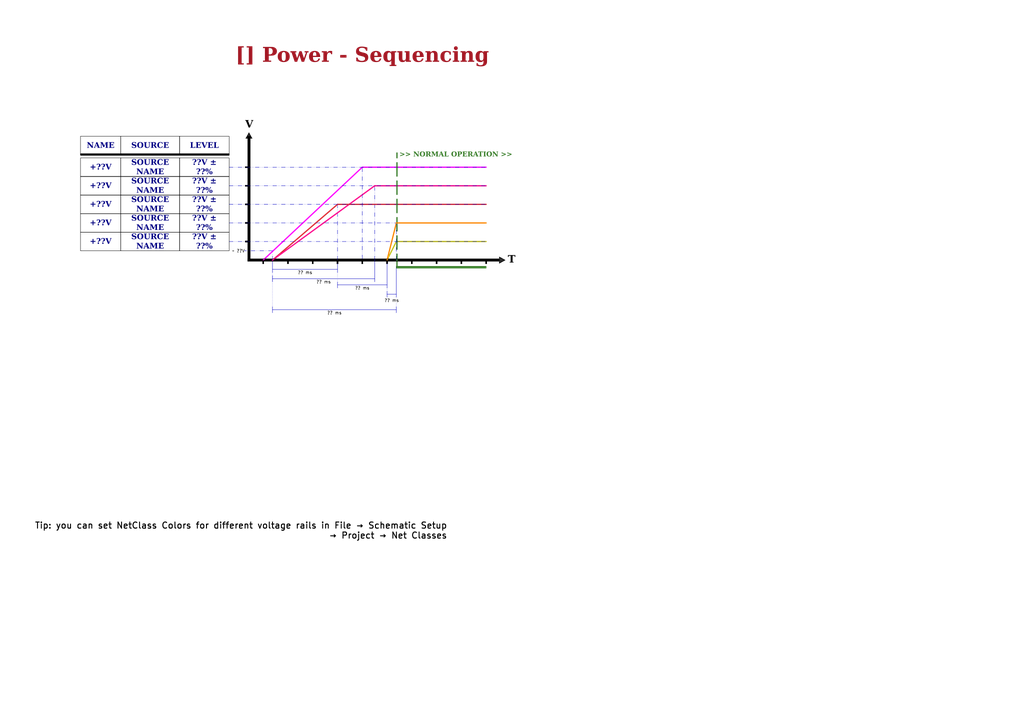
<source format=kicad_sch>
(kicad_sch
	(version 20250114)
	(generator "eeschema")
	(generator_version "9.0")
	(uuid "26e99a33-043b-499d-a26e-816ff79b487a")
	(paper "A3")
	(title_block
		(title "Power - Sequencing")
		(date "Last Modified Date")
		(rev "${REVISION}")
		(company "${COMPANY}")
	)
	(lib_symbols)
	(rectangle
		(start 100.584 75.946)
		(end 102.108 76.454)
		(stroke
			(width 0)
			(type default)
			(color 0 0 0 1)
		)
		(fill
			(type color)
			(color 0 0 0 1)
		)
		(uuid 08e6d16e-cddb-4437-8fb0-3f0e7e248b46)
	)
	(rectangle
		(start 33.02 62.992)
		(end 93.98 63.754)
		(stroke
			(width 0)
			(type default)
			(color 0 0 0 1)
		)
		(fill
			(type color)
			(color 0 0 0 1)
		)
		(uuid 0fed1146-388a-45bf-9011-173d26077006)
	)
	(rectangle
		(start 188.976 106.68)
		(end 189.484 108.204)
		(stroke
			(width 0)
			(type default)
			(color 0 0 0 1)
		)
		(fill
			(type color)
			(color 0 0 0 1)
		)
		(uuid 152b764a-92f4-4340-9181-68bda475581a)
	)
	(rectangle
		(start 128.016 106.68)
		(end 128.524 108.204)
		(stroke
			(width 0)
			(type default)
			(color 0 0 0 1)
		)
		(fill
			(type color)
			(color 0 0 0 1)
		)
		(uuid 18a6df7c-e723-4c6d-8a07-61ca52a10575)
	)
	(rectangle
		(start 148.336 106.68)
		(end 148.844 108.204)
		(stroke
			(width 0)
			(type default)
			(color 0 0 0 1)
		)
		(fill
			(type color)
			(color 0 0 0 1)
		)
		(uuid 4f81071d-ad8c-46b3-a505-d54760487657)
	)
	(rectangle
		(start 138.176 106.68)
		(end 138.684 108.204)
		(stroke
			(width 0)
			(type default)
			(color 0 0 0 1)
		)
		(fill
			(type color)
			(color 0 0 0 1)
		)
		(uuid 6ed763f3-a300-46bd-b03f-1ea8b12951bd)
	)
	(rectangle
		(start 178.816 106.68)
		(end 179.324 108.204)
		(stroke
			(width 0)
			(type default)
			(color 0 0 0 1)
		)
		(fill
			(type color)
			(color 0 0 0 1)
		)
		(uuid 72cdb02e-a3e5-4c0d-b269-1dde16488460)
	)
	(rectangle
		(start 100.584 98.806)
		(end 102.108 99.314)
		(stroke
			(width 0)
			(type default)
			(color 0 0 0 1)
		)
		(fill
			(type color)
			(color 0 0 0 1)
		)
		(uuid 7419fd00-7a07-4a3e-8061-e4e7d169b343)
	)
	(rectangle
		(start 158.496 106.68)
		(end 159.004 108.204)
		(stroke
			(width 0)
			(type default)
			(color 0 0 0 1)
		)
		(fill
			(type color)
			(color 0 0 0 1)
		)
		(uuid 79d3025c-d4d3-4906-97b8-bb1715e37b85)
	)
	(rectangle
		(start 100.584 68.326)
		(end 102.108 68.834)
		(stroke
			(width 0)
			(type default)
			(color 0 0 0 1)
		)
		(fill
			(type color)
			(color 0 0 0 1)
		)
		(uuid 8af0ddaf-78b5-473e-b8ac-ad3105c6b3e6)
	)
	(rectangle
		(start 117.856 106.68)
		(end 118.364 108.204)
		(stroke
			(width 0)
			(type default)
			(color 0 0 0 1)
		)
		(fill
			(type color)
			(color 0 0 0 1)
		)
		(uuid 8bb5ca1d-3fc9-4641-955a-0363e8ec7c6a)
	)
	(rectangle
		(start 162.56 109.22)
		(end 199.39 109.982)
		(stroke
			(width 0)
			(type default)
			(color 53 123 38 1)
		)
		(fill
			(type color)
			(color 53 123 38 1)
		)
		(uuid 9921e9ab-2d5b-4319-ab2f-5e2929d86731)
	)
	(rectangle
		(start 199.136 106.68)
		(end 199.644 108.204)
		(stroke
			(width 0)
			(type default)
			(color 0 0 0 1)
		)
		(fill
			(type color)
			(color 0 0 0 1)
		)
		(uuid 9ab10dd2-cea8-419e-9add-dac261974c40)
	)
	(rectangle
		(start 168.656 106.68)
		(end 169.164 108.204)
		(stroke
			(width 0)
			(type default)
			(color 0 0 0 1)
		)
		(fill
			(type color)
			(color 0 0 0 1)
		)
		(uuid a9aee80a-93ab-44df-9dac-424d9651c57b)
	)
	(rectangle
		(start 100.584 83.566)
		(end 102.108 84.074)
		(stroke
			(width 0)
			(type default)
			(color 0 0 0 1)
		)
		(fill
			(type color)
			(color 0 0 0 1)
		)
		(uuid ab5a8de0-1a61-4607-aebd-5015da52dfb6)
	)
	(rectangle
		(start 101.6 55.88)
		(end 102.616 106.934)
		(stroke
			(width 0)
			(type default)
			(color 0 0 0 1)
		)
		(fill
			(type color)
			(color 0 0 0 1)
		)
		(uuid d3a481d1-24fd-449f-b5ae-f40f2b84574f)
	)
	(rectangle
		(start 100.584 91.186)
		(end 102.108 91.694)
		(stroke
			(width 0)
			(type default)
			(color 0 0 0 1)
		)
		(fill
			(type color)
			(color 0 0 0 1)
		)
		(uuid ed22d764-a315-4db6-b4c9-9b161f0a9336)
	)
	(rectangle
		(start 101.6 106.172)
		(end 204.724 107.188)
		(stroke
			(width 0)
			(type default)
			(color 0 0 0 1)
		)
		(fill
			(type color)
			(color 0 0 0 1)
		)
		(uuid f1ee61fe-6c0a-4407-8efc-133e706c3cfb)
	)
	(rectangle
		(start 107.696 106.68)
		(end 108.204 108.204)
		(stroke
			(width 0)
			(type default)
			(color 0 0 0 1)
		)
		(fill
			(type color)
			(color 0 0 0 1)
		)
		(uuid fc7c50e8-f60b-479c-ba49-62729492c222)
	)
	(text "T"
		(exclude_from_sim no)
		(at 208.28 109.22 0)
		(effects
			(font
				(face "Times New Roman")
				(size 3 3)
				(thickness 0.4)
				(bold yes)
				(color 0 0 0 1)
			)
			(justify left bottom)
		)
		(uuid "07ed78e4-598e-4d29-9310-d5f40993a83d")
	)
	(text "V"
		(exclude_from_sim no)
		(at 100.584 53.848 0)
		(effects
			(font
				(face "Times New Roman")
				(size 3 3)
				(thickness 0.4)
				(bold yes)
				(color 0 0 0 1)
			)
			(justify left bottom)
		)
		(uuid "3b126a2c-8a76-4ced-9890-b8e9f91f22ae")
	)
	(text ">> NORMAL OPERATION >>"
		(exclude_from_sim no)
		(at 163.83 65.278 0)
		(effects
			(font
				(face "Times New Roman")
				(size 2 2)
				(thickness 0.4)
				(bold yes)
				(color 53 123 38 1)
			)
			(justify left bottom)
		)
		(uuid "4eba8f2a-f80f-4e4f-9868-b3b682ed40ff")
	)
	(text_box "LEVEL"
		(exclude_from_sim no)
		(at 73.66 55.88 0)
		(size 20.32 7.62)
		(margins 1.7145 1.7145 1.7145 1.7145)
		(stroke
			(width 0)
			(type default)
			(color 0 0 0 1)
		)
		(fill
			(type none)
		)
		(effects
			(font
				(face "Times New Roman")
				(size 2.286 2.286)
				(bold yes)
				(color 0 0 127 1)
			)
		)
		(uuid "04c11455-779b-4327-8983-5cd82a1a5e29")
	)
	(text_box "+??V"
		(exclude_from_sim no)
		(at 33.02 64.77 0)
		(size 16.51 7.62)
		(margins 1.7145 1.7145 1.7145 1.7145)
		(stroke
			(width 0)
			(type default)
			(color 0 0 0 1)
		)
		(fill
			(type none)
		)
		(effects
			(font
				(face "Times New Roman")
				(size 2.286 2.286)
				(bold yes)
				(color 0 0 127 1)
			)
		)
		(uuid "0c001783-17b7-4f89-94f2-276e82ef94e9")
	)
	(text_box "SOURCE NAME"
		(exclude_from_sim no)
		(at 49.53 87.63 0)
		(size 24.13 7.62)
		(margins 1.7145 1.7145 1.7145 1.7145)
		(stroke
			(width 0)
			(type default)
			(color 0 0 0 1)
		)
		(fill
			(type none)
		)
		(effects
			(font
				(face "Times New Roman")
				(size 2.286 2.286)
				(bold yes)
				(color 0 0 127 1)
			)
		)
		(uuid "28b777f0-29ba-4418-9b37-98a7ab37b6eb")
	)
	(text_box "?? ms"
		(exclude_from_sim no)
		(at 156.21 121.92 0)
		(size 8.89 2.54)
		(margins 0.9524 0.9524 0.9524 0.9524)
		(stroke
			(width -0.0001)
			(type default)
		)
		(fill
			(type none)
		)
		(effects
			(font
				(size 1.27 1.27)
				(color 0 0 0 1)
			)
		)
		(uuid "2f47554e-53f1-4363-8ae0-62ecbf6e9b7f")
	)
	(text_box "?? ms"
		(exclude_from_sim no)
		(at 111.76 114.3 0)
		(size 41.91 2.54)
		(margins 0.9524 0.9524 0.9524 0.9524)
		(stroke
			(width -0.0001)
			(type default)
		)
		(fill
			(type none)
		)
		(effects
			(font
				(size 1.27 1.27)
				(color 0 0 0 1)
			)
		)
		(uuid "355b7b59-9272-441d-b4d0-2707ac545c22")
	)
	(text_box "??V ± ??%"
		(exclude_from_sim no)
		(at 73.66 64.77 0)
		(size 20.32 7.62)
		(margins 1.7145 1.7145 1.7145 1.7145)
		(stroke
			(width 0)
			(type default)
			(color 0 0 0 1)
		)
		(fill
			(type none)
		)
		(effects
			(font
				(face "Times New Roman")
				(size 2.286 2.286)
				(bold yes)
				(color 0 0 127 1)
			)
		)
		(uuid "3a364f6d-f9c0-44a8-b403-1e507263de2b")
	)
	(text_box "SOURCE NAME"
		(exclude_from_sim no)
		(at 49.53 80.01 0)
		(size 24.13 7.62)
		(margins 1.7145 1.7145 1.7145 1.7145)
		(stroke
			(width 0)
			(type default)
			(color 0 0 0 1)
		)
		(fill
			(type none)
		)
		(effects
			(font
				(face "Times New Roman")
				(size 2.286 2.286)
				(bold yes)
				(color 0 0 127 1)
			)
		)
		(uuid "41f8fb28-2595-4968-b5ab-f9a83f7eb8b4")
	)
	(text_box "+??V"
		(exclude_from_sim no)
		(at 33.02 87.63 0)
		(size 16.51 7.62)
		(margins 1.7145 1.7145 1.7145 1.7145)
		(stroke
			(width 0)
			(type default)
			(color 0 0 0 1)
		)
		(fill
			(type none)
		)
		(effects
			(font
				(face "Times New Roman")
				(size 2.286 2.286)
				(bold yes)
				(color 0 0 127 1)
			)
		)
		(uuid "4c497bcc-d023-43d6-9a3c-f742109831d3")
	)
	(text_box "+??V"
		(exclude_from_sim no)
		(at 33.02 95.25 0)
		(size 16.51 7.62)
		(margins 1.7145 1.7145 1.7145 1.7145)
		(stroke
			(width 0)
			(type default)
			(color 0 0 0 1)
		)
		(fill
			(type none)
		)
		(effects
			(font
				(face "Times New Roman")
				(size 2.286 2.286)
				(bold yes)
				(color 0 0 127 1)
			)
		)
		(uuid "4d6b12e0-f0d2-4ebf-8c83-afb612a210b2")
	)
	(text_box "??V ± ??%"
		(exclude_from_sim no)
		(at 73.66 87.63 0)
		(size 20.32 7.62)
		(margins 1.7145 1.7145 1.7145 1.7145)
		(stroke
			(width 0)
			(type default)
			(color 0 0 0 1)
		)
		(fill
			(type none)
		)
		(effects
			(font
				(face "Times New Roman")
				(size 2.286 2.286)
				(bold yes)
				(color 0 0 127 1)
			)
		)
		(uuid "54d038a6-0eb6-463c-bc22-2c25e3cef5f4")
	)
	(text_box "?? ms"
		(exclude_from_sim no)
		(at 138.43 116.84 0)
		(size 20.32 2.54)
		(margins 0.9524 0.9524 0.9524 0.9524)
		(stroke
			(width -0.0001)
			(type default)
		)
		(fill
			(type none)
		)
		(effects
			(font
				(size 1.27 1.27)
				(color 0 0 0 1)
			)
		)
		(uuid "643d381f-b881-4bfb-8e44-8914716b032e")
	)
	(text_box "?? ms"
		(exclude_from_sim no)
		(at 111.76 110.49 0)
		(size 26.67 2.54)
		(margins 0.9524 0.9524 0.9524 0.9524)
		(stroke
			(width -0.0001)
			(type default)
		)
		(fill
			(type none)
		)
		(effects
			(font
				(size 1.27 1.27)
				(color 0 0 0 1)
			)
		)
		(uuid "76a5680d-cb47-4c17-afe1-8a01a0364ff0")
	)
	(text_box "+??V"
		(exclude_from_sim no)
		(at 33.02 72.39 0)
		(size 16.51 7.62)
		(margins 1.7145 1.7145 1.7145 1.7145)
		(stroke
			(width 0)
			(type default)
			(color 0 0 0 1)
		)
		(fill
			(type none)
		)
		(effects
			(font
				(face "Times New Roman")
				(size 2.286 2.286)
				(bold yes)
				(color 0 0 127 1)
			)
		)
		(uuid "7a9925bb-0a82-44e9-b50e-7432195edc6d")
	)
	(text_box "??V ± ??%"
		(exclude_from_sim no)
		(at 73.66 80.01 0)
		(size 20.32 7.62)
		(margins 1.7145 1.7145 1.7145 1.7145)
		(stroke
			(width 0)
			(type default)
			(color 0 0 0 1)
		)
		(fill
			(type none)
		)
		(effects
			(font
				(face "Times New Roman")
				(size 2.286 2.286)
				(bold yes)
				(color 0 0 127 1)
			)
		)
		(uuid "7e9b3897-acb5-40f5-99fa-000f1452ef2d")
	)
	(text_box "▼"
		(exclude_from_sim no)
		(at 204.47 105.41 90)
		(size 2.54 2.54)
		(margins 2.2499 2.2499 2.2499 2.2499)
		(stroke
			(width -0.0001)
			(type default)
		)
		(fill
			(type none)
		)
		(effects
			(font
				(size 3 3)
				(color 0 0 0 1)
			)
		)
		(uuid "80ee4b67-f4fe-4c67-906e-99632b3db8ee")
	)
	(text_box "[${#}] ${TITLE}"
		(exclude_from_sim no)
		(at 80.01 16.51 0)
		(size 137.16 12.7)
		(margins 4.4999 4.4999 4.4999 4.4999)
		(stroke
			(width -0.0001)
			(type default)
		)
		(fill
			(type none)
		)
		(effects
			(font
				(face "Times New Roman")
				(size 6 6)
				(thickness 1.2)
				(bold yes)
				(color 162 22 34 1)
			)
		)
		(uuid "80f76b8d-52cb-49fe-9647-9cd8137cf5f3")
	)
	(text_box "~ ??V"
		(exclude_from_sim no)
		(at 93.98 101.6 0)
		(size 7.62 2.54)
		(margins 0.9524 0.9524 0.9524 0.9524)
		(stroke
			(width -0.0001)
			(type default)
		)
		(fill
			(type none)
		)
		(effects
			(font
				(size 1.27 1.27)
				(color 0 0 0 1)
			)
		)
		(uuid "9c6940c5-6364-4d33-abb8-9f48dde225b4")
	)
	(text_box "NAME"
		(exclude_from_sim no)
		(at 33.02 55.88 0)
		(size 16.51 7.62)
		(margins 1.7145 1.7145 1.7145 1.7145)
		(stroke
			(width 0)
			(type default)
			(color 0 0 0 1)
		)
		(fill
			(type none)
		)
		(effects
			(font
				(face "Times New Roman")
				(size 2.286 2.286)
				(bold yes)
				(color 0 0 127 1)
			)
		)
		(uuid "9dbd7012-aca2-4151-b01b-61672211c6fa")
	)
	(text_box "▲"
		(exclude_from_sim no)
		(at 100.838 54.102 0)
		(size 2.54 2.54)
		(margins 2.2499 2.2499 2.2499 2.2499)
		(stroke
			(width -0.0001)
			(type default)
		)
		(fill
			(type none)
		)
		(effects
			(font
				(size 3 3)
				(color 0 0 0 1)
			)
		)
		(uuid "a799f66a-cda3-47f5-a796-a363847c1e31")
	)
	(text_box "SOURCE NAME"
		(exclude_from_sim no)
		(at 49.53 95.25 0)
		(size 24.13 7.62)
		(margins 1.7145 1.7145 1.7145 1.7145)
		(stroke
			(width 0)
			(type default)
			(color 0 0 0 1)
		)
		(fill
			(type none)
		)
		(effects
			(font
				(face "Times New Roman")
				(size 2.286 2.286)
				(bold yes)
				(color 0 0 127 1)
			)
		)
		(uuid "a9378b0b-bd73-4087-b978-3d0288061c57")
	)
	(text_box "SOURCE"
		(exclude_from_sim no)
		(at 49.53 55.88 0)
		(size 24.13 7.62)
		(margins 1.7145 1.7145 1.7145 1.7145)
		(stroke
			(width 0)
			(type default)
			(color 0 0 0 1)
		)
		(fill
			(type none)
		)
		(effects
			(font
				(face "Times New Roman")
				(size 2.286 2.286)
				(bold yes)
				(color 0 0 127 1)
			)
		)
		(uuid "ae0da5ec-3dd1-4b36-9cbb-5309b79b18ec")
	)
	(text_box "+??V"
		(exclude_from_sim no)
		(at 33.02 80.01 0)
		(size 16.51 7.62)
		(margins 1.7145 1.7145 1.7145 1.7145)
		(stroke
			(width 0)
			(type default)
			(color 0 0 0 1)
		)
		(fill
			(type none)
		)
		(effects
			(font
				(face "Times New Roman")
				(size 2.286 2.286)
				(bold yes)
				(color 0 0 127 1)
			)
		)
		(uuid "baa53509-f70a-488f-a91f-d90b0a44c3ee")
	)
	(text_box "??V ± ??%"
		(exclude_from_sim no)
		(at 73.66 95.25 0)
		(size 20.32 7.62)
		(margins 1.7145 1.7145 1.7145 1.7145)
		(stroke
			(width 0)
			(type default)
			(color 0 0 0 1)
		)
		(fill
			(type none)
		)
		(effects
			(font
				(face "Times New Roman")
				(size 2.286 2.286)
				(bold yes)
				(color 0 0 127 1)
			)
		)
		(uuid "cfed6416-9676-4913-93f8-be33cec7ee15")
	)
	(text_box "SOURCE NAME"
		(exclude_from_sim no)
		(at 49.53 72.39 0)
		(size 24.13 7.62)
		(margins 1.7145 1.7145 1.7145 1.7145)
		(stroke
			(width 0)
			(type default)
			(color 0 0 0 1)
		)
		(fill
			(type none)
		)
		(effects
			(font
				(face "Times New Roman")
				(size 2.286 2.286)
				(bold yes)
				(color 0 0 127 1)
			)
		)
		(uuid "d4825f07-a07c-43f0-9267-51fb0c8beb92")
	)
	(text_box "??V ± ??%"
		(exclude_from_sim no)
		(at 73.66 72.39 0)
		(size 20.32 7.62)
		(margins 1.7145 1.7145 1.7145 1.7145)
		(stroke
			(width 0)
			(type default)
			(color 0 0 0 1)
		)
		(fill
			(type none)
		)
		(effects
			(font
				(face "Times New Roman")
				(size 2.286 2.286)
				(bold yes)
				(color 0 0 127 1)
			)
		)
		(uuid "dd951238-83be-49f1-b5d4-dd307bef2421")
	)
	(text_box "?? ms"
		(exclude_from_sim no)
		(at 111.76 127 0)
		(size 50.8 2.54)
		(margins 0.9524 0.9524 0.9524 0.9524)
		(stroke
			(width -0.0001)
			(type default)
		)
		(fill
			(type none)
		)
		(effects
			(font
				(size 1.27 1.27)
				(color 0 0 0 1)
			)
		)
		(uuid "ec41c4d8-d7f7-4738-8da7-ebebc512795e")
	)
	(text_box "SOURCE NAME"
		(exclude_from_sim no)
		(at 49.53 64.77 0)
		(size 24.13 7.62)
		(margins 1.7145 1.7145 1.7145 1.7145)
		(stroke
			(width 0)
			(type default)
			(color 0 0 0 1)
		)
		(fill
			(type none)
		)
		(effects
			(font
				(face "Times New Roman")
				(size 2.286 2.286)
				(bold yes)
				(color 0 0 127 1)
			)
		)
		(uuid "f44a25dd-4d06-4743-b63e-2b77b9291c46")
	)
	(text_box "Tip: you can set NetClass Colors for different voltage rails in File → Schematic Setup → Project → Net Classes"
		(exclude_from_sim no)
		(at 11.43 212.09 0)
		(size 173.99 6.35)
		(margins 1.9049 1.9049 1.9049 1.9049)
		(stroke
			(width -0.0001)
			(type default)
		)
		(fill
			(type none)
		)
		(effects
			(font
				(size 2.54 2.54)
				(thickness 0.381)
				(bold yes)
				(color 0 0 0 1)
			)
			(justify right top)
		)
		(uuid "f9272ea8-e49b-4c44-9339-e900b43cc231")
	)
	(polyline
		(pts
			(xy 111.76 106.68) (xy 153.67 76.2)
		)
		(stroke
			(width 0.5)
			(type solid)
			(color 255 0 133 1)
		)
		(uuid "14cc31f5-5b1d-4b99-9a30-1de7f84e106d")
	)
	(polyline
		(pts
			(xy 111.76 102.87) (xy 100.33 102.87)
		)
		(stroke
			(width 0)
			(type dash_dot_dot)
		)
		(uuid "176eb350-134d-4c1a-a967-a05b371b9b92")
	)
	(polyline
		(pts
			(xy 162.56 125.73) (xy 162.56 128.27)
		)
		(stroke
			(width 0)
			(type default)
		)
		(uuid "265a5d50-44ba-48ae-a091-bd8b2830d82a")
	)
	(polyline
		(pts
			(xy 158.75 120.65) (xy 162.56 120.65)
		)
		(stroke
			(width 0)
			(type default)
		)
		(uuid "2aff2b87-d6f1-4cc0-8284-8b904b49ef36")
	)
	(polyline
		(pts
			(xy 148.59 106.172) (xy 148.59 68.58)
		)
		(stroke
			(width 0)
			(type dash_dot_dot)
		)
		(uuid "2c89142b-99fb-43b5-b9d3-03f021389fdb")
	)
	(polyline
		(pts
			(xy 93.98 99.06) (xy 199.39 99.06)
		)
		(stroke
			(width 0)
			(type dash_dot_dot)
		)
		(uuid "3c31ec5e-b221-4aec-84a3-080393b50b04")
	)
	(polyline
		(pts
			(xy 111.76 111.76) (xy 111.76 113.03)
		)
		(stroke
			(width 0)
			(type dot)
		)
		(uuid "3d394317-cd67-4649-8df5-ebc365ddbfdf")
	)
	(polyline
		(pts
			(xy 158.75 119.38) (xy 158.75 121.92)
		)
		(stroke
			(width 0)
			(type default)
		)
		(uuid "3e2e08fe-6523-4396-b274-cda6d56778e0")
	)
	(polyline
		(pts
			(xy 162.56 91.44) (xy 199.39 91.44)
		)
		(stroke
			(width 0.5)
			(type default)
			(color 252 134 0 1)
		)
		(uuid "42c654f5-ac46-4448-ba19-6c5d32d22917")
	)
	(polyline
		(pts
			(xy 93.98 68.58) (xy 199.39 68.58)
		)
		(stroke
			(width 0)
			(type dash_dot_dot)
		)
		(uuid "4388944b-41bf-4dc2-b0dd-f03016b61251")
	)
	(polyline
		(pts
			(xy 138.43 111.76) (xy 138.43 115.57)
		)
		(stroke
			(width 0)
			(type dot)
		)
		(uuid "47a9c20d-5952-4ec8-bb7e-594d55c7461b")
	)
	(polyline
		(pts
			(xy 162.56 99.06) (xy 199.39 99.06)
		)
		(stroke
			(width 0.5)
			(type default)
			(color 197 195 20 1)
		)
		(uuid "49c66179-9940-468d-b223-88985cd9871b")
	)
	(polyline
		(pts
			(xy 111.76 114.3) (xy 153.67 114.3)
		)
		(stroke
			(width 0)
			(type default)
		)
		(uuid "49e75bcf-0616-4923-874b-4bd06ede6c5d")
	)
	(polyline
		(pts
			(xy 138.43 116.84) (xy 158.75 116.84)
		)
		(stroke
			(width 0)
			(type default)
		)
		(uuid "52b595f5-a4c4-4069-bfb0-f9071850e175")
	)
	(polyline
		(pts
			(xy 93.98 83.82) (xy 199.39 83.82)
		)
		(stroke
			(width 0)
			(type dash_dot_dot)
		)
		(uuid "5421d69e-5d49-4096-96c0-82f91adfb960")
	)
	(polyline
		(pts
			(xy 162.814 109.728) (xy 162.814 62.738)
		)
		(stroke
			(width 0.5)
			(type dash)
			(color 53 123 38 1)
		)
		(uuid "571b7b03-ab02-42e5-814b-af8217374239")
	)
	(polyline
		(pts
			(xy 138.43 83.82) (xy 199.39 83.82)
		)
		(stroke
			(width 0.5)
			(type default)
			(color 218 36 44 1)
		)
		(uuid "5d0e334d-67d8-48da-b576-32c4ae5dc53d")
	)
	(polyline
		(pts
			(xy 162.56 109.22) (xy 162.56 121.92)
		)
		(stroke
			(width 0)
			(type default)
		)
		(uuid "5fce4afd-58b2-496a-8ec6-376b126b7aa5")
	)
	(polyline
		(pts
			(xy 93.98 76.2) (xy 199.39 76.2)
		)
		(stroke
			(width 0)
			(type dash_dot_dot)
		)
		(uuid "6a20c2f3-4100-47ca-84db-e03414a75c97")
	)
	(polyline
		(pts
			(xy 153.67 76.2) (xy 199.39 76.2)
		)
		(stroke
			(width 0.5)
			(type solid)
			(color 255 0 133 1)
		)
		(uuid "6f97e3ca-cb2e-48ba-b000-4d63a9fe6edc")
	)
	(polyline
		(pts
			(xy 148.59 68.58) (xy 199.39 68.58)
		)
		(stroke
			(width 0.5)
			(type default)
			(color 255 0 255 1)
		)
		(uuid "77ddfb81-3eaa-462e-a520-91e0ed6ffb6f")
	)
	(polyline
		(pts
			(xy 138.43 115.57) (xy 138.43 118.11)
		)
		(stroke
			(width 0)
			(type default)
		)
		(uuid "78700d2c-d43e-4df1-ae7e-aad5fe6eddcf")
	)
	(polyline
		(pts
			(xy 153.67 106.68) (xy 153.67 115.57)
		)
		(stroke
			(width 0)
			(type default)
		)
		(uuid "7ac002d5-aae0-4230-953a-285d2af5cafc")
	)
	(polyline
		(pts
			(xy 111.76 127) (xy 162.56 127)
		)
		(stroke
			(width 0)
			(type default)
		)
		(uuid "7dba0084-5937-47c9-8663-44e93a9bf03f")
	)
	(polyline
		(pts
			(xy 93.98 91.44) (xy 199.39 91.44)
		)
		(stroke
			(width 0)
			(type dash_dot_dot)
		)
		(uuid "91a91d82-c27c-4a2d-b046-94fb5c0f1f7a")
	)
	(polyline
		(pts
			(xy 111.76 113.03) (xy 111.76 125.73)
		)
		(stroke
			(width 0)
			(type dot)
		)
		(uuid "936cce09-ddca-49b3-9254-0455e21801ca")
	)
	(polyline
		(pts
			(xy 111.76 106.68) (xy 138.43 83.82)
		)
		(stroke
			(width 0.5)
			(type default)
			(color 218 36 44 1)
		)
		(uuid "936e4695-90d1-473f-b2e9-3925dbcc41a5")
	)
	(polyline
		(pts
			(xy 111.76 125.73) (xy 111.76 128.27)
		)
		(stroke
			(width 0)
			(type default)
		)
		(uuid "9ad0a032-a5f5-4da8-986a-f5f07d651180")
	)
	(polyline
		(pts
			(xy 162.56 106.68) (xy 162.56 91.44)
		)
		(stroke
			(width 0)
			(type dash_dot_dot)
		)
		(uuid "9bacc9d8-82df-4198-a3ae-25132c3a38e4")
	)
	(polyline
		(pts
			(xy 138.43 107.95) (xy 138.43 111.76)
		)
		(stroke
			(width 0)
			(type default)
		)
		(uuid "9c33435c-a2b5-49b2-a841-eb211fbdc289")
	)
	(polyline
		(pts
			(xy 111.76 106.68) (xy 111.76 111.76)
		)
		(stroke
			(width 0)
			(type default)
		)
		(uuid "aa007ab0-f32f-4517-85ca-adce19623b6c")
	)
	(polyline
		(pts
			(xy 162.56 124.46) (xy 162.56 125.73)
		)
		(stroke
			(width 0)
			(type dot)
		)
		(uuid "ab47f80f-2219-40dc-8971-d659594e47c6")
	)
	(polyline
		(pts
			(xy 138.43 106.68) (xy 138.43 83.82)
		)
		(stroke
			(width 0)
			(type dash_dot_dot)
		)
		(uuid "b2256ad8-52e1-467a-97eb-791649f1c7eb")
	)
	(polyline
		(pts
			(xy 107.95 106.68) (xy 148.59 68.58)
		)
		(stroke
			(width 0.5)
			(type default)
			(color 255 0 255 1)
		)
		(uuid "bb11bb7b-66c0-432b-8711-470a4ce95921")
	)
	(polyline
		(pts
			(xy 153.67 106.68) (xy 153.67 76.2)
		)
		(stroke
			(width 0)
			(type dash_dot_dot)
		)
		(uuid "ccd26a26-5b18-4319-ac93-d9d60e06ef1a")
	)
	(polyline
		(pts
			(xy 158.75 118.11) (xy 158.75 119.38)
		)
		(stroke
			(width 0)
			(type dot)
		)
		(uuid "cd587bfb-80d0-4c74-af9e-3f5fb7118487")
	)
	(polyline
		(pts
			(xy 111.76 110.49) (xy 138.43 110.49)
		)
		(stroke
			(width 0)
			(type default)
		)
		(uuid "d56fcce8-bec3-4013-997f-52db8c3ef91e")
	)
	(polyline
		(pts
			(xy 111.76 113.03) (xy 111.76 115.57)
		)
		(stroke
			(width 0)
			(type default)
		)
		(uuid "e1d95917-4ce4-46f6-a72b-b2d08b7453f7")
	)
	(polyline
		(pts
			(xy 158.75 107.95) (xy 158.75 118.11)
		)
		(stroke
			(width 0)
			(type default)
		)
		(uuid "eb35ffa1-7ea0-4f7c-b58a-cf2ad49d1835")
	)
	(polyline
		(pts
			(xy 158.75 106.68) (xy 162.56 91.44)
		)
		(stroke
			(width 0.5)
			(type default)
			(color 252 134 0 1)
		)
		(uuid "ebc6628c-4f6b-481d-8074-2818b0d5a070")
	)
	(polyline
		(pts
			(xy 158.75 106.68) (xy 162.56 99.06)
		)
		(stroke
			(width 0.5)
			(type default)
			(color 197 195 20 1)
		)
		(uuid "f456ed01-83a1-4d6b-9599-582a9c86c8ae")
	)
	(polyline
		(pts
			(xy 111.76 106.68) (xy 111.76 102.87)
		)
		(stroke
			(width 0)
			(type dash_dot_dot)
		)
		(uuid "f927dc60-c8d8-4c88-bd0c-f4986498a3fd")
	)
)

</source>
